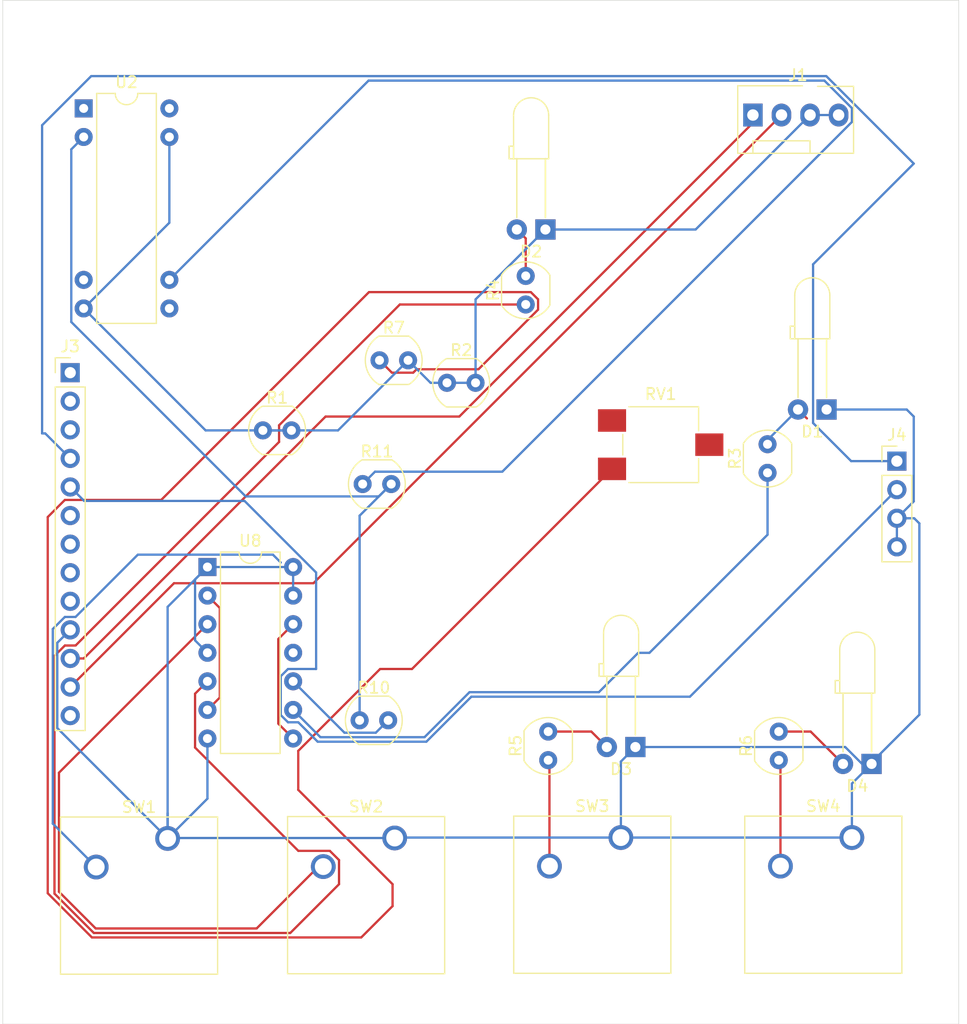
<source format=kicad_pcb>
(kicad_pcb (version 20240108) (generator "pcbnew") (generator_version "8.0")
  (layers (0 "F.Cu" signal) (31 "B.Cu" signal) (34 "B.Paste" user) (35 "F.Paste" user) (36 "B.SilkS" user "B.Silkscreen") (37 "F.SilkS" user "F.Silkscreen") (38 "B.Mask" user) (39 "F.Mask" user) (44 "Edge.Cuts" user))
  (net 0 "")
  (net 1 "/GND")
  (net 2 "Net-(D1-A)")
  (net 3 "Net-(D2-A)")
  (net 4 "Net-(D3-A)")
  (net 5 "Net-(D4-A)")
  (net 6 "/SDA")
  (net 7 "/SCL")
  (net 8 "/OK_button")
  (net 9 "/ANUL_button")
  (net 10 "/UP_button")
  (net 11 "/DOWN_button")
  (net 12 "Net-(U1-VINB+)")
  (net 13 "Net-(U2--)")
  (net 14 "Net-(U1-VINB-)")
  (net 16 "/FREQUENCY_PIN")
  (net 17 "Net-(U8B-C)")
  (net 18 "Net-(U8A-C)")
  (net 21 "Net-(U2-+)")
  (net 23 "Net-(U8B-D)")
  (net 24 "Net-(U8A-D)")
  (net 25 "/dirPin")
  (net 26 "/stepPin")
  (net 27 "/UP_BUTTON")
  (net 28 "/OK_BUTTON")
  (net 29 "/ANL_BUTTON")
  (net 30 "/DOWN_BUTTON")
  (net 32 "/BATTERY_PIN")
  (net 33 "/FREQUENCE_PIN")
  (footprint "Button_Switch_Keyboard:SW_Cherry_MX_1.00u_PCB" (layer "F.Cu") (at 139.85 100.96)
    (property "Reference" "SW2" (at -2.54 -2.794 0) (layer "F.SilkS"))
    (property "Value" "SW_Push")
    (fp_line (start -9.525 -1.905) (end 4.445 -1.905) (stroke (width 0.12)) (layer "F.SilkS"))
    (fp_line (start -9.525 12.065) (end -9.525 -1.905) (stroke (width 0.12)) (layer "F.SilkS"))
    (fp_line (start 4.445 -1.905) (end 4.445 12.065) (stroke (width 0.12)) (layer "F.SilkS"))
    (fp_line (start 4.445 12.065) (end -9.525 12.065) (stroke (width 0.12)) (layer "F.SilkS"))
    (pad "" np_thru_hole circle (at -7.62 5.08) (size 1.7 1.7) (drill 1.7) (layers "*.Cu" "*.Mask"))
    (pad "" np_thru_hole circle (at -2.54 5.08) (size 4 4) (drill 4) (layers "*.Cu" "*.Mask"))
    (pad "" np_thru_hole circle (at 2.54 5.08) (size 1.7 1.7) (drill 1.7) (layers "*.Cu" "*.Mask"))
    (pad "1" thru_hole circle (at 0 0) (size 2.2 2.2) (drill 1.5) (layers "*.Cu" "*.Mask") (net 1 "/GND"))
    (pad "2" thru_hole circle (at -6.35 2.54) (size 2.2 2.2) (drill 1.5) (layers "*.Cu" "*.Mask") (net 18 "Net-(U8A-C)"))
  )
  (footprint "Connector_PinHeader_2.54mm:PinHeader_1x04_P2.54mm_Vertical" (layer "F.Cu") (at 184.5 67.46)
    (property "Reference" "J4" (at 0 -2.33 0) (layer "F.SilkS"))
    (property "Value" "Conn_01x04_Pin")
    (fp_line (start -1.33 -1.33) (end 0 -1.33) (stroke (width 0.12)) (layer "F.SilkS"))
    (fp_line (start -1.33 0) (end -1.33 -1.33) (stroke (width 0.12)) (layer "F.SilkS"))
    (fp_line (start -1.33 1.27) (end -1.33 8.95) (stroke (width 0.12)) (layer "F.SilkS"))
    (fp_line (start -1.33 1.27) (end 1.33 1.27) (stroke (width 0.12)) (layer "F.SilkS"))
    (fp_line (start -1.33 8.95) (end 1.33 8.95) (stroke (width 0.12)) (layer "F.SilkS"))
    (fp_line (start 1.33 1.27) (end 1.33 8.95) (stroke (width 0.12)) (layer "F.SilkS"))
    (pad "1" thru_hole rect (at 0 0) (size 1.7 1.7) (drill 1) (layers "*.Cu" "*.Mask") (net 25 "/dirPin"))
    (pad "2" thru_hole oval (at 0 2.54) (size 1.7 1.7) (drill 1) (layers "*.Cu" "*.Mask") (net 26 "/stepPin"))
    (pad "3" thru_hole oval (at 0 5.08) (size 1.7 1.7) (drill 1) (layers "*.Cu" "*.Mask") (net 1 "/GND"))
    (pad "4" thru_hole oval (at 0 7.62) (size 1.7 1.7) (drill 1) (layers "*.Cu" "*.Mask") (net 1 "/GND"))
  )
  (footprint "Button_Switch_Keyboard:SW_Cherry_MX_1.00u_PCB" (layer "F.Cu") (at 180.5 100.92)
    (property "Reference" "SW4" (at -2.54 -2.794 0) (layer "F.SilkS"))
    (property "Value" "SW_Push")
    (fp_line (start -9.525 -1.905) (end 4.445 -1.905) (stroke (width 0.12)) (layer "F.SilkS"))
    (fp_line (start -9.525 12.065) (end -9.525 -1.905) (stroke (width 0.12)) (layer "F.SilkS"))
    (fp_line (start 4.445 -1.905) (end 4.445 12.065) (stroke (width 0.12)) (layer "F.SilkS"))
    (fp_line (start 4.445 12.065) (end -9.525 12.065) (stroke (width 0.12)) (layer "F.SilkS"))
    (pad "" np_thru_hole circle (at -7.62 5.08) (size 1.7 1.7) (drill 1.7) (layers "*.Cu" "*.Mask"))
    (pad "" np_thru_hole circle (at -2.54 5.08) (size 4 4) (drill 4) (layers "*.Cu" "*.Mask"))
    (pad "" np_thru_hole circle (at 2.54 5.08) (size 1.7 1.7) (drill 1.7) (layers "*.Cu" "*.Mask"))
    (pad "1" thru_hole circle (at 0 0) (size 2.2 2.2) (drill 1.5) (layers "*.Cu" "*.Mask") (net 1 "/GND"))
    (pad "2" thru_hole circle (at -6.35 2.54) (size 2.2 2.2) (drill 1.5) (layers "*.Cu" "*.Mask") (net 11 "/DOWN_button"))
  )
  (footprint "OptoDevice:R_LDR_4.9x4.2mm_P2.54mm_Vertical" (layer "F.Cu") (at 136.73 90.5)
    (property "Reference" "R10" (at 1.27 -2.9 0) (layer "F.SilkS"))
    (property "Value" "R")
    (fp_line (start -0.05 -2.15) (end 2.6 -2.15) (stroke (width 0.12)) (layer "F.SilkS"))
    (fp_line (start -0.05 2.15) (end 2.6 2.15) (stroke (width 0.12)) (layer "F.SilkS"))
    (fp_arc (start -0.05 2.15) (mid -1.262424 0.01494) (end -0.075476 -2.134388) (stroke (width 0.12)) (layer "F.SilkS"))
    (fp_arc (start 2.6 -2.15) (mid 3.788646 -0.016616) (end 2.628027 2.132145) (stroke (width 0.12)) (layer "F.SilkS"))
    (pad "1" thru_hole circle (at 0 0) (size 1.6 1.6) (drill 0.8) (layers "*.Cu" "*.Mask") (net 13 "Net-(U2--)"))
    (pad "2" thru_hole circle (at 2.54 0) (size 1.6 1.6) (drill 0.8) (layers "*.Cu" "*.Mask") (net 1 "/GND"))
  )
  (footprint "OptoDevice:R_LDR_4.9x4.2mm_P2.54mm_Vertical" (layer "F.Cu") (at 137 69.5)
    (property "Reference" "R11" (at 1.27 -2.9 0) (layer "F.SilkS"))
    (property "Value" "R")
    (fp_line (start -0.05 -2.15) (end 2.6 -2.15) (stroke (width 0.12)) (layer "F.SilkS"))
    (fp_line (start -0.05 2.15) (end 2.6 2.15) (stroke (width 0.12)) (layer "F.SilkS"))
    (fp_arc (start -0.05 2.15) (mid -1.262424 0.01494) (end -0.075476 -2.134388) (stroke (width 0.12)) (layer "F.SilkS"))
    (fp_arc (start 2.6 -2.15) (mid 3.788646 -0.016616) (end 2.628027 2.132145) (stroke (width 0.12)) (layer "F.SilkS"))
    (pad "1" thru_hole circle (at 0 0) (size 1.6 1.6) (drill 0.8) (layers "*.Cu" "*.Mask") (net 14 "Net-(U1-VINB-)"))
    (pad "2" thru_hole circle (at 2.54 0) (size 1.6 1.6) (drill 0.8) (layers "*.Cu" "*.Mask") (net 13 "Net-(U2--)"))
  )
  (footprint "Package_DIP:DIP-8-16_W7.62mm" (layer "F.Cu") (at 112.195 36.11)
    (property "Reference" "U2" (at 3.81 -2.33 0) (layer "F.SilkS"))
    (property "Value" "TL081")
    (fp_line (start 1.16 -1.33) (end 1.16 19.11) (stroke (width 0.12)) (layer "F.SilkS"))
    (fp_line (start 1.16 19.11) (end 6.46 19.11) (stroke (width 0.12)) (layer "F.SilkS"))
    (fp_line (start 2.81 -1.33) (end 1.16 -1.33) (stroke (width 0.12)) (layer "F.SilkS"))
    (fp_line (start 6.46 -1.33) (end 4.81 -1.33) (stroke (width 0.12)) (layer "F.SilkS"))
    (fp_line (start 6.46 19.11) (end 6.46 -1.33) (stroke (width 0.12)) (layer "F.SilkS"))
    (fp_arc (start 4.81 -1.33) (mid 3.81 -0.33) (end 2.81 -1.33) (stroke (width 0.12)) (layer "F.SilkS"))
    (pad "1" thru_hole rect (at 0 0) (size 1.6 1.6) (drill 0.8) (layers "*.Cu" "*.Mask"))
    (pad "2" thru_hole circle (at 0 2.54) (size 1.6 1.6) (drill 0.8) (layers "*.Cu" "*.Mask") (net 13 "Net-(U2--)"))
    (pad "3" thru_hole circle (at 0 15.24) (size 1.6 1.6) (drill 0.8) (layers "*.Cu" "*.Mask") (net 21 "Net-(U2-+)"))
    (pad "4" thru_hole circle (at 0 17.78) (size 1.6 1.6) (drill 0.8) (layers "*.Cu" "*.Mask") (net 1 "/GND"))
    (pad "5" thru_hole circle (at 7.62 17.78) (size 1.6 1.6) (drill 0.8) (layers "*.Cu" "*.Mask"))
    (pad "6" thru_hole circle (at 7.62 15.24) (size 1.6 1.6) (drill 0.8) (layers "*.Cu" "*.Mask") (net 14 "Net-(U1-VINB-)"))
    (pad "7" thru_hole circle (at 7.62 2.54) (size 1.6 1.6) (drill 0.8) (layers "*.Cu" "*.Mask") (net 1 "/GND"))
    (pad "8" thru_hole circle (at 7.62 0) (size 1.6 1.6) (drill 0.8) (layers "*.Cu" "*.Mask"))
  )
  (footprint "Potentiometer_SMD:Potentiometer_ACP_CA6-VSMD_Vertical" (layer "F.Cu") (at 163.5 66)
    (property "Reference" "RV1" (at 0 -4.5 0) (layer "F.SilkS"))
    (property "Value" "1k")
    (fp_line (start -3.37 -0.909) (end -3.37 0.91) (stroke (width 0.12)) (layer "F.SilkS"))
    (fp_line (start -2.834 -3.371) (end 3.37 -3.371) (stroke (width 0.12)) (layer "F.SilkS"))
    (fp_line (start -2.834 3.37) (end 3.37 3.37) (stroke (width 0.12)) (layer "F.SilkS"))
    (fp_line (start 3.37 -3.371) (end 3.37 -1.24) (stroke (width 0.12)) (layer "F.SilkS"))
    (fp_line (start 3.37 1.24) (end 3.37 3.37) (stroke (width 0.12)) (layer "F.SilkS"))
    (pad "1" smd rect (at -4.325 2.15) (size 2.5 2) (layers "F.Cu" "F.Paste" "F.Mask") (net 12 "Net-(U1-VINB+)"))
    (pad "2" smd rect (at 4.325 0) (size 2.5 2) (layers "F.Cu" "F.Paste" "F.Mask") (net 16 "/FREQUENCY_PIN"))
    (pad "3" smd rect (at -4.325 -2.15) (size 2.5 2) (layers "F.Cu" "F.Paste" "F.Mask"))
  )
  (footprint "Button_Switch_Keyboard:SW_Cherry_MX_1.00u_PCB" (layer "F.Cu") (at 159.96 100.92)
    (property "Reference" "SW3" (at -2.54 -2.794 0) (layer "F.SilkS"))
    (property "Value" "SW_Push")
    (fp_line (start -9.525 -1.905) (end 4.445 -1.905) (stroke (width 0.12)) (layer "F.SilkS"))
    (fp_line (start -9.525 12.065) (end -9.525 -1.905) (stroke (width 0.12)) (layer "F.SilkS"))
    (fp_line (start 4.445 -1.905) (end 4.445 12.065) (stroke (width 0.12)) (layer "F.SilkS"))
    (fp_line (start 4.445 12.065) (end -9.525 12.065) (stroke (width 0.12)) (layer "F.SilkS"))
    (pad "" np_thru_hole circle (at -7.62 5.08) (size 1.7 1.7) (drill 1.7) (layers "*.Cu" "*.Mask"))
    (pad "" np_thru_hole circle (at -2.54 5.08) (size 4 4) (drill 4) (layers "*.Cu" "*.Mask"))
    (pad "" np_thru_hole circle (at 2.54 5.08) (size 1.7 1.7) (drill 1.7) (layers "*.Cu" "*.Mask"))
    (pad "1" thru_hole circle (at 0 0) (size 2.2 2.2) (drill 1.5) (layers "*.Cu" "*.Mask") (net 1 "/GND"))
    (pad "2" thru_hole circle (at -6.35 2.54) (size 2.2 2.2) (drill 1.5) (layers "*.Cu" "*.Mask") (net 10 "/UP_button"))
  )
  (footprint "OptoDevice:R_LDR_4.9x4.2mm_P2.54mm_Vertical" (layer "F.Cu") (at 174 94.04 90)
    (property "Reference" "R6" (at 1.27 -2.9 90) (layer "F.SilkS"))
    (property "Value" "R")
    (fp_line (start -0.05 -2.15) (end 2.6 -2.15) (stroke (width 0.12)) (layer "F.SilkS"))
    (fp_line (start -0.05 2.15) (end 2.6 2.15) (stroke (width 0.12)) (layer "F.SilkS"))
    (fp_arc (start 2.6 -2.15) (mid 3.788646 -0.016616) (end 2.628027 2.132145) (stroke (width 0.12)) (layer "F.SilkS"))
    (fp_arc (start -0.05 2.15) (mid -1.262424 0.01494) (end -0.075476 -2.134388) (stroke (width 0.12)) (layer "F.SilkS"))
    (pad "1" thru_hole circle (at 0 0 90) (size 1.6 1.6) (drill 0.8) (layers "*.Cu" "*.Mask") (net 11 "/DOWN_button"))
    (pad "2" thru_hole circle (at 2.54 0 90) (size 1.6 1.6) (drill 0.8) (layers "*.Cu" "*.Mask") (net 5 "Net-(D4-A)"))
  )
  (footprint "Button_Switch_Keyboard:SW_Cherry_MX_1.00u_PCB" (layer "F.Cu") (at 119.66 101)
    (property "Reference" "SW1" (at -2.54 -2.794 0) (layer "F.SilkS"))
    (property "Value" "SW_Push")
    (fp_line (start -9.525 -1.905) (end 4.445 -1.905) (stroke (width 0.12)) (layer "F.SilkS"))
    (fp_line (start -9.525 12.065) (end -9.525 -1.905) (stroke (width 0.12)) (layer "F.SilkS"))
    (fp_line (start 4.445 -1.905) (end 4.445 12.065) (stroke (width 0.12)) (layer "F.SilkS"))
    (fp_line (start 4.445 12.065) (end -9.525 12.065) (stroke (width 0.12)) (layer "F.SilkS"))
    (pad "" np_thru_hole circle (at -7.62 5.08) (size 1.7 1.7) (drill 1.7) (layers "*.Cu" "*.Mask"))
    (pad "" np_thru_hole circle (at -2.54 5.08) (size 4 4) (drill 4) (layers "*.Cu" "*.Mask"))
    (pad "" np_thru_hole circle (at 2.54 5.08) (size 1.7 1.7) (drill 1.7) (layers "*.Cu" "*.Mask"))
    (pad "1" thru_hole circle (at 0 0) (size 2.2 2.2) (drill 1.5) (layers "*.Cu" "*.Mask") (net 1 "/GND"))
    (pad "2" thru_hole circle (at -6.35 2.54) (size 2.2 2.2) (drill 1.5) (layers "*.Cu" "*.Mask") (net 17 "Net-(U8B-C)"))
  )
  (footprint "OptoDevice:R_LDR_4.9x4.2mm_P2.54mm_Vertical" (layer "F.Cu") (at 153.5 94.04 90)
    (property "Reference" "R5" (at 1.27 -2.9 90) (layer "F.SilkS"))
    (property "Value" "R")
    (fp_line (start -0.05 -2.15) (end 2.6 -2.15) (stroke (width 0.12)) (layer "F.SilkS"))
    (fp_line (start -0.05 2.15) (end 2.6 2.15) (stroke (width 0.12)) (layer "F.SilkS"))
    (fp_arc (start 2.6 -2.15) (mid 3.788646 -0.016616) (end 2.628027 2.132145) (stroke (width 0.12)) (layer "F.SilkS"))
    (fp_arc (start -0.05 2.15) (mid -1.262424 0.01494) (end -0.075476 -2.134388) (stroke (width 0.12)) (layer "F.SilkS"))
    (pad "1" thru_hole circle (at 0 0 90) (size 1.6 1.6) (drill 0.8) (layers "*.Cu" "*.Mask") (net 10 "/UP_button"))
    (pad "2" thru_hole circle (at 2.54 0 90) (size 1.6 1.6) (drill 0.8) (layers "*.Cu" "*.Mask") (net 4 "Net-(D3-A)"))
  )
  (footprint "Connector:FanPinHeader_1x04_P2.54mm_Vertical" (layer "F.Cu") (at 171.7 36.7)
    (property "Reference" "J1" (at 4 -3.55 0) (layer "F.SilkS"))
    (property "Value" "GME128128_i2c")
    (fp_line (start -1.35 -2.6) (end 4.4 -2.6) (stroke (width 0.12)) (layer "F.SilkS"))
    (fp_line (start -1.35 3.4) (end -1.35 -2.6) (stroke (width 0.12)) (layer "F.SilkS"))
    (fp_line (start 0 2.29) (end 5.08 2.29) (stroke (width 0.12)) (layer "F.SilkS"))
    (fp_line (start 0 3.3) (end 0 2.29) (stroke (width 0.12)) (layer "F.SilkS"))
    (fp_line (start 5.08 2.29) (end 5.08 3.3) (stroke (width 0.12)) (layer "F.SilkS"))
    (fp_line (start 5.75 -2.55) (end 8.95 -2.55) (stroke (width 0.12)) (layer "F.SilkS"))
    (fp_line (start 8.95 -2.55) (end 8.95 3.4) (stroke (width 0.12)) (layer "F.SilkS"))
    (fp_line (start 8.95 3.4) (end -1.35 3.4) (stroke (width 0.12)) (layer "F.SilkS"))
    (pad "" np_thru_hole circle (at 5.08 -2.16 90) (size 1.1 1.1) (drill 1.1) (layers "*.Cu" "*.Mask"))
    (pad "1" thru_hole rect (at 0 0 90) (size 2.03 1.73) (drill 1.02) (layers "*.Cu" "*.Mask") (net 6 "/SDA"))
    (pad "2" thru_hole oval (at 2.54 0 90) (size 2.03 1.73) (drill 1.02) (layers "*.Cu" "*.Mask") (net 7 "/SCL"))
    (pad "3" thru_hole oval (at 5.08 0 90) (size 2.03 1.73) (drill 1.02) (layers "*.Cu" "*.Mask") (net 1 "/GND"))
    (pad "4" thru_hole oval (at 7.62 0 90) (size 2.03 1.73) (drill 1.02) (layers "*.Cu" "*.Mask") (net 1 "/GND"))
  )
  (footprint "LED_THT:LED_D3.0mm_Horizontal_O6.35mm_Z10.0mm" (layer "F.Cu") (at 178.25 62.875 180)
    (property "Reference" "D1" (at 1.27 -1.96 0) (layer "F.SilkS"))
    (property "Value" "LED")
    (fp_line (start 3.23 7.41) (end 2.83 7.41) (stroke (width 0.12)) (layer "F.SilkS"))
    (fp_line (start 3.23 6.29) (end 3.23 7.41) (stroke (width 0.12)) (layer "F.SilkS"))
    (fp_line (start 2.83 7.41) (end 2.83 6.29) (stroke (width 0.12)) (layer "F.SilkS"))
    (fp_line (start 2.83 6.29) (end 3.23 6.29) (stroke (width 0.12)) (layer "F.SilkS"))
    (fp_line (start 2.83 6.29) (end 2.83 10.15) (stroke (width 0.12)) (layer "F.SilkS"))
    (fp_line (start 2.54 6.29) (end 2.54 6.29) (stroke (width 0.12)) (layer "F.SilkS"))
    (fp_line (start 2.54 6.29) (end 2.54 1.08) (stroke (width 0.12)) (layer "F.SilkS"))
    (fp_line (start 2.54 1.08) (end 2.54 6.29) (stroke (width 0.12)) (layer "F.SilkS"))
    (fp_line (start 2.54 1.08) (end 2.54 1.08) (stroke (width 0.12)) (layer "F.SilkS"))
    (fp_line (start 0 6.29) (end 0 6.29) (stroke (width 0.12)) (layer "F.SilkS"))
    (fp_line (start 0 6.29) (end 0 1.08) (stroke (width 0.12)) (layer "F.SilkS"))
    (fp_line (start 0 1.08) (end 0 6.29) (stroke (width 0.12)) (layer "F.SilkS"))
    (fp_line (start 0 1.08) (end 0 1.08) (stroke (width 0.12)) (layer "F.SilkS"))
    (fp_line (start -0.29 6.29) (end 2.83 6.29) (stroke (width 0.12)) (layer "F.SilkS"))
    (fp_line (start -0.29 6.29) (end -0.29 10.15) (stroke (width 0.12)) (layer "F.SilkS"))
    (fp_arc (start 2.83 10.15) (mid 1.27 11.71) (end -0.29 10.15) (stroke (width 0.12)) (layer "F.SilkS"))
    (pad "1" thru_hole rect (at 0 0 180) (size 1.8 1.8) (drill 0.9) (layers "*.Cu" "*.Mask") (net 1 "/GND"))
    (pad "2" thru_hole circle (at 2.54 0 180) (size 1.8 1.8) (drill 0.9) (layers "*.Cu" "*.Mask") (net 2 "Net-(D1-A)"))
  )
  (footprint "OptoDevice:R_LDR_4.9x4.2mm_P2.54mm_Vertical" (layer "F.Cu") (at 173 68.5 90)
    (property "Reference" "R3" (at 1.27 -2.9 90) (layer "F.SilkS"))
    (property "Value" "R")
    (fp_line (start -0.05 -2.15) (end 2.6 -2.15) (stroke (width 0.12)) (layer "F.SilkS"))
    (fp_line (start -0.05 2.15) (end 2.6 2.15) (stroke (width 0.12)) (layer "F.SilkS"))
    (fp_arc (start 2.6 -2.15) (mid 3.788646 -0.016616) (end 2.628027 2.132145) (stroke (width 0.12)) (layer "F.SilkS"))
    (fp_arc (start -0.05 2.15) (mid -1.262424 0.01494) (end -0.075476 -2.134388) (stroke (width 0.12)) (layer "F.SilkS"))
    (pad "1" thru_hole circle (at 0 0 90) (size 1.6 1.6) (drill 0.8) (layers "*.Cu" "*.Mask") (net 8 "/OK_button"))
    (pad "2" thru_hole circle (at 2.54 0 90) (size 1.6 1.6) (drill 0.8) (layers "*.Cu" "*.Mask") (net 2 "Net-(D1-A)"))
  )
  (footprint "LED_THT:LED_D3.0mm_Horizontal_O6.35mm_Z10.0mm" (layer "F.Cu") (at 153.25 46.875 180)
    (property "Reference" "D2" (at 1.27 -1.96 0) (layer "F.SilkS"))
    (property "Value" "LED")
    (fp_line (start 3.23 7.41) (end 2.83 7.41) (stroke (width 0.12)) (layer "F.SilkS"))
    (fp_line (start 3.23 6.29) (end 3.23 7.41) (stroke (width 0.12)) (layer "F.SilkS"))
    (fp_line (start 2.83 7.41) (end 2.83 6.29) (stroke (width 0.12)) (layer "F.SilkS"))
    (fp_line (start 2.83 6.29) (end 3.23 6.29) (stroke (width 0.12)) (layer "F.SilkS"))
    (fp_line (start 2.83 6.29) (end 2.83 10.15) (stroke (width 0.12)) (layer "F.SilkS"))
    (fp_line (start 2.54 6.29) (end 2.54 6.29) (stroke (width 0.12)) (layer "F.SilkS"))
    (fp_line (start 2.54 6.29) (end 2.54 1.08) (stroke (width 0.12)) (layer "F.SilkS"))
    (fp_line (start 2.54 1.08) (end 2.54 6.29) (stroke (width 0.12)) (layer "F.SilkS"))
    (fp_line (start 2.54 1.08) (end 2.54 1.08) (stroke (width 0.12)) (layer "F.SilkS"))
    (fp_line (start 0 6.29) (end 0 6.29) (stroke (width 0.12)) (layer "F.SilkS"))
    (fp_line (start 0 6.29) (end 0 1.08) (stroke (width 0.12)) (layer "F.SilkS"))
    (fp_line (start 0 1.08) (end 0 6.29) (stroke (width 0.12)) (layer "F.SilkS"))
    (fp_line (start 0 1.08) (end 0 1.08) (stroke (width 0.12)) (layer "F.SilkS"))
    (fp_line (start -0.29 6.29) (end 2.83 6.29) (stroke (width 0.12)) (layer "F.SilkS"))
    (fp_line (start -0.29 6.29) (end -0.29 10.15) (stroke (width 0.12)) (layer "F.SilkS"))
    (fp_arc (start 2.83 10.15) (mid 1.27 11.71) (end -0.29 10.15) (stroke (width 0.12)) (layer "F.SilkS"))
    (pad "1" thru_hole rect (at 0 0 180) (size 1.8 1.8) (drill 0.9) (layers "*.Cu" "*.Mask") (net 1 "/GND"))
    (pad "2" thru_hole circle (at 2.54 0 180) (size 1.8 1.8) (drill 0.9) (layers "*.Cu" "*.Mask") (net 3 "Net-(D2-A)"))
  )
  (footprint "OptoDevice:R_LDR_4.9x4.2mm_P2.54mm_Vertical" (layer "F.Cu") (at 138.5 58.5)
    (property "Reference" "R7" (at 1.27 -2.9 0) (layer "F.SilkS"))
    (property "Value" "R")
    (fp_line (start -0.05 -2.15) (end 2.6 -2.15) (stroke (width 0.12)) (layer "F.SilkS"))
    (fp_line (start -0.05 2.15) (end 2.6 2.15) (stroke (width 0.12)) (layer "F.SilkS"))
    (fp_arc (start -0.05 2.15) (mid -1.262424 0.01494) (end -0.075476 -2.134388) (stroke (width 0.12)) (layer "F.SilkS"))
    (fp_arc (start 2.6 -2.15) (mid 3.788646 -0.016616) (end 2.628027 2.132145) (stroke (width 0.12)) (layer "F.SilkS"))
    (pad "1" thru_hole circle (at 0 0) (size 1.6 1.6) (drill 0.8) (layers "*.Cu" "*.Mask") (net 12 "Net-(U1-VINB+)"))
    (pad "2" thru_hole circle (at 2.54 0) (size 1.6 1.6) (drill 0.8) (layers "*.Cu" "*.Mask") (net 1 "/GND"))
  )
  (footprint "LED_THT:LED_D3.0mm_Horizontal_O6.35mm_Z10.0mm" (layer "F.Cu") (at 161.25 92.875 180)
    (property "Reference" "D3" (at 1.27 -1.96 0) (layer "F.SilkS"))
    (property "Value" "LED")
    (fp_line (start 3.23 7.41) (end 2.83 7.41) (stroke (width 0.12)) (layer "F.SilkS"))
    (fp_line (start 3.23 6.29) (end 3.23 7.41) (stroke (width 0.12)) (layer "F.SilkS"))
    (fp_line (start 2.83 7.41) (end 2.83 6.29) (stroke (width 0.12)) (layer "F.SilkS"))
    (fp_line (start 2.83 6.29) (end 3.23 6.29) (stroke (width 0.12)) (layer "F.SilkS"))
    (fp_line (start 2.83 6.29) (end 2.83 10.15) (stroke (width 0.12)) (layer "F.SilkS"))
    (fp_line (start 2.54 6.29) (end 2.54 6.29) (stroke (width 0.12)) (layer "F.SilkS"))
    (fp_line (start 2.54 6.29) (end 2.54 1.08) (stroke (width 0.12)) (layer "F.SilkS"))
    (fp_line (start 2.54 1.08) (end 2.54 6.29) (stroke (width 0.12)) (layer "F.SilkS"))
    (fp_line (start 2.54 1.08) (end 2.54 1.08) (stroke (width 0.12)) (layer "F.SilkS"))
    (fp_line (start 0 6.29) (end 0 6.29) (stroke (width 0.12)) (layer "F.SilkS"))
    (fp_line (start 0 6.29) (end 0 1.08) (stroke (width 0.12)) (layer "F.SilkS"))
    (fp_line (start 0 1.08) (end 0 6.29) (stroke (width 0.12)) (layer "F.SilkS"))
    (fp_line (start 0 1.08) (end 0 1.08) (stroke (width 0.12)) (layer "F.SilkS"))
    (fp_line (start -0.29 6.29) (end 2.83 6.29) (stroke (width 0.12)) (layer "F.SilkS"))
    (fp_line (start -0.29 6.29) (end -0.29 10.15) (stroke (width 0.12)) (layer "F.SilkS"))
    (fp_arc (start 2.83 10.15) (mid 1.27 11.71) (end -0.29 10.15) (stroke (width 0.12)) (layer "F.SilkS"))
    (pad "1" thru_hole rect (at 0 0 180) (size 1.8 1.8) (drill 0.9) (layers "*.Cu" "*.Mask") (net 1 "/GND"))
    (pad "2" thru_hole circle (at 2.54 0 180) (size 1.8 1.8) (drill 0.9) (layers "*.Cu" "*.Mask") (net 4 "Net-(D3-A)"))
  )
  (footprint "OptoDevice:R_LDR_4.9x4.2mm_P2.54mm_Vertical" (layer "F.Cu") (at 128.13 64.73)
    (property "Reference" "R1" (at 1.27 -2.9 0) (layer "F.SilkS"))
    (property "Value" "10k")
    (fp_line (start -0.05 -2.15) (end 2.6 -2.15) (stroke (width 0.12)) (layer "F.SilkS"))
    (fp_line (start -0.05 2.15) (end 2.6 2.15) (stroke (width 0.12)) (layer "F.SilkS"))
    (fp_arc (start -0.05 2.15) (mid -1.262424 0.01494) (end -0.075476 -2.134388) (stroke (width 0.12)) (layer "F.SilkS"))
    (fp_arc (start 2.6 -2.15) (mid 3.788646 -0.016616) (end 2.628027 2.132145) (stroke (width 0.12)) (layer "F.SilkS"))
    (pad "1" thru_hole circle (at 0 0) (size 1.6 1.6) (drill 0.8) (layers "*.Cu" "*.Mask") (net 1 "/GND"))
    (pad "2" thru_hole circle (at 2.54 0) (size 1.6 1.6) (drill 0.8) (layers "*.Cu" "*.Mask") (net 1 "/GND"))
  )
  (footprint "Connector_PinHeader_2.54mm:PinHeader_1x13_P2.54mm_Vertical" (layer "F.Cu") (at 111 59.6)
    (property "Reference" "J3" (at 0 -2.33 0) (layer "F.SilkS"))
    (property "Value" "Conn_01x13_Pin")
    (fp_line (start -1.33 -1.33) (end 0 -1.33) (stroke (width 0.12)) (layer "F.SilkS"))
    (fp_line (start -1.33 0) (end -1.33 -1.33) (stroke (width 0.12)) (layer "F.SilkS"))
    (fp_line (start -1.33 1.27) (end -1.33 31.81) (stroke (width 0.12)) (layer "F.SilkS"))
    (fp_line (start -1.33 1.27) (end 1.33 1.27) (stroke (width 0.12)) (layer "F.SilkS"))
    (fp_line (start -1.33 31.81) (end 1.33 31.81) (stroke (width 0.12)) (layer "F.SilkS"))
    (fp_line (start 1.33 1.27) (end 1.33 31.81) (stroke (width 0.12)) (layer "F.SilkS"))
    (pad "1" thru_hole rect (at 0 0) (size 1.7 1.7) (drill 1) (layers "*.Cu" "*.Mask") (net 28 "/OK_BUTTON"))
    (pad "2" thru_hole oval (at 0 2.54) (size 1.7 1.7) (drill 1) (layers "*.Cu" "*.Mask"))
    (pad "3" thru_hole oval (at 0 5.08) (size 1.7 1.7) (drill 1) (layers "*.Cu" "*.Mask") (net 29 "/ANL_BUTTON"))
    (pad "4" thru_hole oval (at 0 7.62) (size 1.7 1.7) (drill 1) (layers "*.Cu" "*.Mask") (net 25 "/dirPin"))
    (pad "5" thru_hole oval (at 0 10.16) (size 1.7 1.7) (drill 1) (layers "*.Cu" "*.Mask") (net 26 "/stepPin"))
    (pad "6" thru_hole oval (at 0 12.7) (size 1.7 1.7) (drill 1) (layers "*.Cu" "*.Mask") (net 27 "/UP_BUTTON"))
    (pad "7" thru_hole oval (at 0 15.24) (size 1.7 1.7) (drill 1) (layers "*.Cu" "*.Mask") (net 30 "/DOWN_BUTTON"))
    (pad "8" thru_hole oval (at 0 17.78) (size 1.7 1.7) (drill 1) (layers "*.Cu" "*.Mask") (net 33 "/FREQUENCE_PIN"))
    (pad "9" thru_hole oval (at 0 20.32) (size 1.7 1.7) (drill 1) (layers "*.Cu" "*.Mask") (net 32 "/BATTERY_PIN"))
    (pad "10" thru_hole oval (at 0 22.86) (size 1.7 1.7) (drill 1) (layers "*.Cu" "*.Mask") (net 1 "/GND"))
    (pad "11" thru_hole oval (at 0 25.4) (size 1.7 1.7) (drill 1) (layers "*.Cu" "*.Mask") (net 6 "/SDA"))
    (pad "12" thru_hole oval (at 0 27.94) (size 1.7 1.7) (drill 1) (layers "*.Cu" "*.Mask") (net 7 "/SCL"))
    (pad "13" thru_hole oval (at 0 30.48) (size 1.7 1.7) (drill 1) (layers "*.Cu" "*.Mask") (net 1 "/GND"))
  )
  (footprint "OptoDevice:R_LDR_4.9x4.2mm_P2.54mm_Vertical" (layer "F.Cu") (at 151.5 53.54 90)
    (property "Reference" "R4" (at 1.27 -2.9 90) (layer "F.SilkS"))
    (property "Value" "R")
    (fp_line (start -0.05 -2.15) (end 2.6 -2.15) (stroke (width 0.12)) (layer "F.SilkS"))
    (fp_line (start -0.05 2.15) (end 2.6 2.15) (stroke (width 0.12)) (layer "F.SilkS"))
    (fp_arc (start 2.6 -2.15) (mid 3.788646 -0.016616) (end 2.628027 2.132145) (stroke (width 0.12)) (layer "F.SilkS"))
    (fp_arc (start -0.05 2.15) (mid -1.262424 0.01494) (end -0.075476 -2.134388) (stroke (width 0.12)) (layer "F.SilkS"))
    (pad "1" thru_hole circle (at 0 0 90) (size 1.6 1.6) (drill 0.8) (layers "*.Cu" "*.Mask") (net 9 "/ANUL_button"))
    (pad "2" thru_hole circle (at 2.54 0 90) (size 1.6 1.6) (drill 0.8) (layers "*.Cu" "*.Mask") (net 3 "Net-(D2-A)"))
  )
  (footprint "OptoDevice:R_LDR_4.9x4.2mm_P2.54mm_Vertical" (layer "F.Cu") (at 144.5 60.5)
    (property "Reference" "R2" (at 1.27 -2.9 0) (layer "F.SilkS"))
    (property "Value" "10k")
    (fp_line (start -0.05 -2.15) (end 2.6 -2.15) (stroke (width 0.12)) (layer "F.SilkS"))
    (fp_line (start -0.05 2.15) (end 2.6 2.15) (stroke (width 0.12)) (layer "F.SilkS"))
    (fp_arc (start -0.05 2.15) (mid -1.262424 0.01494) (end -0.075476 -2.134388) (stroke (width 0.12)) (layer "F.SilkS"))
    (fp_arc (start 2.6 -2.15) (mid 3.788646 -0.016616) (end 2.628027 2.132145) (stroke (width 0.12)) (layer "F.SilkS"))
    (pad "1" thru_hole circle (at 0 0) (size 1.6 1.6) (drill 0.8) (layers "*.Cu" "*.Mask") (net 1 "/GND"))
    (pad "2" thru_hole circle (at 2.54 0) (size 1.6 1.6) (drill 0.8) (layers "*.Cu" "*.Mask") (net 1 "/GND"))
  )
  (footprint "Package_DIP:DIP-14_W7.62mm" (layer "F.Cu") (at 123.2 76.875)
    (property "Reference" "U8" (at 3.81 -2.33 0) (layer "F.SilkS"))
    (property "Value" "74HC74")
    (fp_line (start 1.16 -1.33) (end 1.16 16.57) (stroke (width 0.12)) (layer "F.SilkS"))
    (fp_line (start 1.16 16.57) (end 6.46 16.57) (stroke (width 0.12)) (layer "F.SilkS"))
    (fp_line (start 2.81 -1.33) (end 1.16 -1.33) (stroke (width 0.12)) (layer "F.SilkS"))
    (fp_line (start 6.46 -1.33) (end 4.81 -1.33) (stroke (width 0.12)) (layer "F.SilkS"))
    (fp_line (start 6.46 16.57) (end 6.46 -1.33) (stroke (width 0.12)) (layer "F.SilkS"))
    (fp_arc (start 4.81 -1.33) (mid 3.81 -0.33) (end 2.81 -1.33) (stroke (width 0.12)) (layer "F.SilkS"))
    (pad "1" thru_hole rect (at 0 0) (size 1.6 1.6) (drill 0.8) (layers "*.Cu" "*.Mask") (net 1 "/GND"))
    (pad "2" thru_hole oval (at 0 2.54) (size 1.6 1.6) (drill 0.8) (layers "*.Cu" "*.Mask") (net 24 "Net-(U8A-D)"))
    (pad "3" thru_hole oval (at 0 5.08) (size 1.6 1.6) (drill 0.8) (layers "*.Cu" "*.Mask") (net 18 "Net-(U8A-C)"))
    (pad "4" thru_hole oval (at 0 7.62) (size 1.6 1.6) (drill 0.8) (layers "*.Cu" "*.Mask") (net 1 "/GND"))
    (pad "5" thru_hole oval (at 0 10.16) (size 1.6 1.6) (drill 0.8) (layers "*.Cu" "*.Mask") (net 9 "/ANUL_button"))
    (pad "6" thru_hole oval (at 0 12.7) (size 1.6 1.6) (drill 0.8) (layers "*.Cu" "*.Mask") (net 24 "Net-(U8A-D)"))
    (pad "7" thru_hole oval (at 0 15.24) (size 1.6 1.6) (drill 0.8) (layers "*.Cu" "*.Mask") (net 1 "/GND"))
    (pad "8" thru_hole oval (at 7.62 15.24) (size 1.6 1.6) (drill 0.8) (layers "*.Cu" "*.Mask") (net 23 "Net-(U8B-D)"))
    (pad "9" thru_hole oval (at 7.62 12.7) (size 1.6 1.6) (drill 0.8) (layers "*.Cu" "*.Mask") (net 8 "/OK_button"))
    (pad "10" thru_hole oval (at 7.62 10.16) (size 1.6 1.6) (drill 0.8) (layers "*.Cu" "*.Mask") (net 1 "/GND"))
    (pad "11" thru_hole oval (at 7.62 7.62) (size 1.6 1.6) (drill 0.8) (layers "*.Cu" "*.Mask") (net 17 "Net-(U8B-C)"))
    (pad "12" thru_hole oval (at 7.62 5.08) (size 1.6 1.6) (drill 0.8) (layers "*.Cu" "*.Mask") (net 23 "Net-(U8B-D)"))
    (pad "13" thru_hole oval (at 7.62 2.54) (size 1.6 1.6) (drill 0.8) (layers "*.Cu" "*.Mask") (net 1 "/GND"))
    (pad "14" thru_hole oval (at 7.62 0) (size 1.6 1.6) (drill 0.8) (layers "*.Cu" "*.Mask") (net 1 "/GND"))
  )
  (footprint "LED_THT:LED_D3.0mm_Horizontal_O6.35mm_Z10.0mm" (layer "F.Cu") (at 182.25 94.375 180)
    (property "Reference" "D4" (at 1.27 -1.96 0) (layer "F.SilkS"))
    (property "Value" "LED")
    (fp_line (start 3.23 7.41) (end 2.83 7.41) (stroke (width 0.12)) (layer "F.SilkS"))
    (fp_line (start 3.23 6.29) (end 3.23 7.41) (stroke (width 0.12)) (layer "F.SilkS"))
    (fp_line (start 2.83 7.41) (end 2.83 6.29) (stroke (width 0.12)) (layer "F.SilkS"))
    (fp_line (start 2.83 6.29) (end 3.23 6.29) (stroke (width 0.12)) (layer "F.SilkS"))
    (fp_line (start 2.83 6.29) (end 2.83 10.15) (stroke (width 0.12)) (layer "F.SilkS"))
    (fp_line (start 2.54 6.29) (end 2.54 6.29) (stroke (width 0.12)) (layer "F.SilkS"))
    (fp_line (start 2.54 6.29) (end 2.54 1.08) (stroke (width 0.12)) (layer "F.SilkS"))
    (fp_line (start 2.54 1.08) (end 2.54 6.29) (stroke (width 0.12)) (layer "F.SilkS"))
    (fp_line (start 2.54 1.08) (end 2.54 1.08) (stroke (width 0.12)) (layer "F.SilkS"))
    (fp_line (start 0 6.29) (end 0 6.29) (stroke (width 0.12)) (layer "F.SilkS"))
    (fp_line (start 0 6.29) (end 0 1.08) (stroke (width 0.12)) (layer "F.SilkS"))
    (fp_line (start 0 1.08) (end 0 6.29) (stroke (width 0.12)) (layer "F.SilkS"))
    (fp_line (start 0 1.08) (end 0 1.08) (stroke (width 0.12)) (layer "F.SilkS"))
    (fp_line (start -0.29 6.29) (end 2.83 6.29) (stroke (width 0.12)) (layer "F.SilkS"))
    (fp_line (start -0.29 6.29) (end -0.29 10.15) (stroke (width 0.12)) (layer "F.SilkS"))
    (fp_arc (start 2.83 10.15) (mid 1.27 11.71) (end -0.29 10.15) (stroke (width 0.12)) (layer "F.SilkS"))
    (pad "1" thru_hole rect (at 0 0 180) (size 1.8 1.8) (drill 0.9) (layers "*.Cu" "*.Mask") (net 1 "/GND"))
    (pad "2" thru_hole circle (at 2.54 0 180) (size 1.8 1.8) (drill 0.9) (layers "*.Cu" "*.Mask") (net 5 "Net-(D4-A)"))
  )
  (gr_line (start 105 117.5) (end 105 26.5) (stroke (width 0.05)) (layer "Edge.Cuts"))
  (gr_line (start 190 117.5) (end 105 117.5) (stroke (width 0.05)) (layer "Edge.Cuts"))
  (gr_line (start 190 26.5) (end 190 117.5) (stroke (width 0.05)) (layer "Edge.Cuts"))
  (gr_line (start 105 26.5) (end 190 26.5) (stroke (width 0.05)) (layer "Edge.Cuts"))
  (segment (start 159.96 100.92) (end 139.89 100.92) (width 0.2) (layer "B.Cu") (net 1))
  (segment (start 166.605 46.875) (end 153.25 46.875) (width 0.2) (layer "B.Cu") (net 1))
  (segment (start 179.32 36.7) (end 176.78 36.7) (width 0.2) (layer "B.Cu") (net 1))
  (segment (start 185.375 62.875) (end 186 63.5) (width 0.2) (layer "B.Cu") (net 1))
  (segment (start 139.89 100.92) (end 139.85 100.96) (width 0.2) (layer "B.Cu") (net 1))
  (segment (start 153.25 46.875) (end 147.04 53.085) (width 0.2) (layer "B.Cu") (net 1))
  (segment (start 159.96 100.92) (end 159.96 94.165) (width 0.2) (layer "B.Cu") (net 1))
  (segment (start 112.195 53.89) (end 123.035 64.73) (width 0.2) (layer "B.Cu") (net 1))
  (segment (start 109.85 91.19) (end 119.66 101) (width 0.2) (layer "B.Cu") (net 1))
  (segment (start 176.78 37.4) (end 176.78 36.7) (width 0.2) (layer "B.Cu") (net 1))
  (segment (start 184.5 72.54) (end 186.04 72.54) (width 0.2) (layer "B.Cu") (net 1))
  (segment (start 139.27 90.5) (end 138.17 91.6) (width 0.2) (layer "B.Cu") (net 1))
  (segment (start 109.85 83.61) (end 109.85 91.19) (width 0.2) (layer "B.Cu") (net 1))
  (segment (start 144.5 60.5) (end 143.04 60.5) (width 0.2) (layer "B.Cu") (net 1))
  (segment (start 159.96 94.165) (end 161.25 92.875) (width 0.2) (layer "B.Cu") (net 1))
  (segment (start 159.96 100.92) (end 180.5 100.92) (width 0.2) (layer "B.Cu") (net 1))
  (segment (start 119.815 38.65) (end 119.815 46.27) (width 0.2) (layer "B.Cu") (net 1))
  (segment (start 123.2 84.495) (end 122.1 83.395) (width 0.2) (layer "B.Cu") (net 1))
  (segment (start 176.78 36.7) (end 166.605 46.875) (width 0.2) (layer "B.Cu") (net 1))
  (segment (start 141.04 58.5) (end 134.81 64.73) (width 0.2) (layer "B.Cu") (net 1))
  (segment (start 123.2 76.875) (end 119.66 80.415) (width 0.2) (layer "B.Cu") (net 1))
  (segment (start 186.5 90) (end 182.25 94.25) (width 0.2) (layer "B.Cu") (net 1))
  (segment (start 139.85 100.96) (end 119.7 100.96) (width 0.2) (layer "B.Cu") (net 1))
  (segment (start 122.1 77.975) (end 123.2 76.875) (width 0.2) (layer "B.Cu") (net 1))
  (segment (start 123.035 64.73) (end 130.67 64.73) (width 0.2) (layer "B.Cu") (net 1))
  (segment (start 186 63.5) (end 186 71.04) (width 0.2) (layer "B.Cu") (net 1))
  (segment (start 182.25 94.25) (end 182.25 94.375) (width 0.2) (layer "B.Cu") (net 1))
  (segment (start 135.385 91.6) (end 130.82 87.035) (width 0.2) (layer "B.Cu") (net 1))
  (segment (start 180.5 96.125) (end 182.25 94.375) (width 0.2) (layer "B.Cu") (net 1))
  (segment (start 119.815 46.27) (end 112.195 53.89) (width 0.2) (layer "B.Cu") (net 1))
  (segment (start 123.2 97.46) (end 119.66 101) (width 0.2) (layer "B.Cu") (net 1))
  (segment (start 179.907057 92.875) (end 181.407057 94.375) (width 0.2) (layer "B.Cu") (net 1))
  (segment (start 178.25 62.875) (end 185.375 62.875) (width 0.2) (layer "B.Cu") (net 1))
  (segment (start 144.5 60.5) (end 147.04 60.5) (width 0.2) (layer "B.Cu") (net 1))
  (segment (start 147.04 53.085) (end 147.04 60.5) (width 0.2) (layer "B.Cu") (net 1))
  (segment (start 119.66 80.415) (end 119.66 101) (width 0.2) (layer "B.Cu") (net 1))
  (segment (start 186.5 73) (end 186.5 90) (width 0.2) (layer "B.Cu") (net 1))
  (segment (start 186.04 72.54) (end 186.5 73) (width 0.2) (layer "B.Cu") (net 1))
  (segment (start 123.2 92.115) (end 123.2 97.46) (width 0.2) (layer "B.Cu") (net 1))
  (segment (start 138.17 91.6) (end 135.385 91.6) (width 0.2) (layer "B.Cu") (net 1))
  (segment (start 186 71.04) (end 184.5 72.54) (width 0.2) (layer "B.Cu") (net 1))
  (segment (start 134.81 64.73) (end 130.67 64.73) (width 0.2) (layer "B.Cu") (net 1))
  (segment (start 130.82 76.875) (end 130.82 79.415) (width 0.2) (layer "B.Cu") (net 1))
  (segment (start 122.1 83.395) (end 122.1 77.975) (width 0.2) (layer "B.Cu") (net 1))
  (segment (start 128.13 64.73) (end 130.67 64.73) (width 0.2) (layer "B.Cu") (net 1))
  (segment (start 119.7 100.96) (end 119.66 101) (width 0.2) (layer "B.Cu") (net 1))
  (segment (start 181.407057 94.375) (end 182.25 94.375) (width 0.2) (layer "B.Cu") (net 1))
  (segment (start 143.04 60.5) (end 141.04 58.5) (width 0.2) (layer "B.Cu") (net 1))
  (segment (start 111 82.46) (end 109.85 83.61) (width 0.2) (layer "B.Cu") (net 1))
  (segment (start 130.82 76.875) (end 123.2 76.875) (width 0.2) (layer "B.Cu") (net 1))
  (segment (start 119.66 101) (end 119.66 98.74) (width 0.2) (layer "B.Cu") (net 1))
  (segment (start 161.25 92.875) (end 179.907057 92.875) (width 0.2) (layer "B.Cu") (net 1))
  (segment (start 180.5 100.92) (end 180.5 96.125) (width 0.2) (layer "B.Cu") (net 1))
  (segment (start 184.5 72.54) (end 184.5 75.08) (width 0.2) (layer "B.Cu") (net 1))
  (segment (start 176.5 63.665) (end 175.71 62.875) (width 0.2) (layer "F.Cu") (net 2))
  (segment (start 173 65.585) (end 173 65.96) (width 0.2) (layer "B.Cu") (net 2))
  (segment (start 175.71 62.875) (end 173 65.585) (width 0.2) (layer "B.Cu") (net 2))
  (segment (start 151.5 47.665) (end 150.71 46.875) (width 0.2) (layer "F.Cu") (net 3))
  (segment (start 151.5 51) (end 151.5 47.665) (width 0.2) (layer "F.Cu") (net 3))
  (segment (start 153.5 91.5) (end 157.335 91.5) (width 0.2) (layer "F.Cu") (net 4))
  (segment (start 157.335 91.5) (end 158.71 92.875) (width 0.2) (layer "F.Cu") (net 4))
  (segment (start 176.835 91.5) (end 179.71 94.375) (width 0.2) (layer "F.Cu") (net 5))
  (segment (start 174 91.5) (end 176.835 91.5) (width 0.2) (layer "F.Cu") (net 5))
  (segment (start 111 85) (end 112.202081 85) (width 0.2) (layer "F.Cu") (net 6))
  (segment (start 145.595635 63.5) (end 171.7 37.395635) (width 0.2) (layer "F.Cu") (net 6))
  (segment (start 171.7 37.395635) (end 171.7 36.7) (width 0.2) (layer "F.Cu") (net 6))
  (segment (start 112.202081 85) (end 133.702081 63.5) (width 0.2) (layer "F.Cu") (net 6))
  (segment (start 133.702081 63.5) (end 145.595635 63.5) (width 0.2) (layer "F.Cu") (net 6))
  (segment (start 120.225 78.315) (end 132.625 78.315) (width 0.2) (layer "F.Cu") (net 7))
  (segment (start 132.625 78.315) (end 174.24 36.7) (width 0.2) (layer "F.Cu") (net 7))
  (segment (start 111 87.54) (end 120.225 78.315) (width 0.2) (layer "F.Cu") (net 7))
  (segment (start 173 68.5) (end 173 74) (width 0.2) (layer "B.Cu") (net 8))
  (segment (start 142.5 92) (end 133.245 92) (width 0.2) (layer "B.Cu") (net 8))
  (segment (start 133.245 92) (end 130.82 89.575) (width 0.2) (layer "B.Cu") (net 8))
  (segment (start 161.5 84.5) (end 158 88) (width 0.2) (layer "B.Cu") (net 8))
  (segment (start 158 88) (end 146.5 88) (width 0.2) (layer "B.Cu") (net 8))
  (segment (start 146.5 88) (end 142.5 92) (width 0.2) (layer "B.Cu") (net 8))
  (segment (start 162.5 84.5) (end 161.5 84.5) (width 0.2) (layer "B.Cu") (net 8))
  (segment (start 173 74) (end 162.5 84.5) (width 0.2) (layer "B.Cu") (net 8))
  (segment (start 129.57 65.756346) (end 129.57 64.274365) (width 0.2) (layer "F.Cu") (net 9))
  (segment (start 122.1 88.135) (end 122.1 92.920101) (width 0.2) (layer "F.Cu") (net 9))
  (segment (start 134.9 105.067056) (end 130.567056 109.4) (width 0.2) (layer "F.Cu") (net 9))
  (segment (start 109.6 84.773654) (end 110.523654 83.85) (width 0.2) (layer "F.Cu") (net 9))
  (segment (start 113.097258 109.4) (end 109.6 105.902742) (width 0.2) (layer "F.Cu") (net 9))
  (segment (start 109.6 105.902742) (end 109.6 84.773654) (width 0.2) (layer "F.Cu") (net 9))
  (segment (start 110.523654 83.85) (end 111.476346 83.85) (width 0.2) (layer "F.Cu") (net 9))
  (segment (start 122.1 92.920101) (end 131.279899 102.1) (width 0.2) (layer "F.Cu") (net 9))
  (segment (start 123.2 87.035) (end 122.1 88.135) (width 0.2) (layer "F.Cu") (net 9))
  (segment (start 131.279899 102.1) (end 134.079899 102.1) (width 0.2) (layer "F.Cu") (net 9))
  (segment (start 134.079899 102.1) (end 134.9 102.920101) (width 0.2) (layer "F.Cu") (net 9))
  (segment (start 134.9 102.920101) (end 134.9 105.067056) (width 0.2) (layer "F.Cu") (net 9))
  (segment (start 140.304365 53.54) (end 151.5 53.54) (width 0.2) (layer "F.Cu") (net 9))
  (segment (start 130.567056 109.4) (end 113.097258 109.4) (width 0.2) (layer "F.Cu") (net 9))
  (segment (start 111.476346 83.85) (end 129.57 65.756346) (width 0.2) (layer "F.Cu") (net 9))
  (segment (start 129.57 64.274365) (end 140.304365 53.54) (width 0.2) (layer "F.Cu") (net 9))
  (segment (start 153.61 103.46) (end 153.61 94.15) (width 0.2) (layer "F.Cu") (net 10))
  (segment (start 153.61 94.15) (end 153.5 94.04) (width 0.2) (layer "F.Cu") (net 10))
  (segment (start 174.15 94.19) (end 174 94.04) (width 0.2) (layer "F.Cu") (net 11))
  (segment (start 174.15 103.46) (end 174.15 94.19) (width 0.2) (layer "F.Cu") (net 11))
  (segment (start 131.275635 93.215) (end 131.275635 96.682233) (width 0.2) (layer "F.Cu") (net 12))
  (segment (start 151.955635 52.44) (end 152.6 53.084365) (width 0.2) (layer "F.Cu") (net 12))
  (segment (start 138.555635 85.935) (end 131.275635 93.215) (width 0.2) (layer "F.Cu") (net 12))
  (segment (start 139.6 59.6) (end 138.5 58.5) (width 0.2) (layer "F.Cu") (net 12))
  (segment (start 137.56 52.44) (end 151.955635 52.44) (width 0.2) (layer "F.Cu") (net 12))
  (segment (start 119.09 70.91) (end 137.56 52.44) (width 0.2) (layer "F.Cu") (net 12))
  (segment (start 141.495635 59.6) (end 139.6 59.6) (width 0.2) (layer "F.Cu") (net 12))
  (segment (start 147.297817 59.297818) (end 141.797817 59.297818) (width 0.2) (layer "F.Cu") (net 12))
  (segment (start 159.175 68.15) (end 141.39 85.935) (width 0.2) (layer "F.Cu") (net 12))
  (segment (start 141.39 85.935) (end 138.555635 85.935) (width 0.2) (layer "F.Cu") (net 12))
  (segment (start 109 72.433654) (end 110.523654 70.91) (width 0.2) (layer "F.Cu") (net 12))
  (segment (start 131.275635 96.682233) (end 139.66 105.066598) (width 0.2) (layer "F.Cu") (net 12))
  (segment (start 152.6 53.084365) (end 152.6 53.995635) (width 0.2) (layer "F.Cu") (net 12))
  (segment (start 139.66 107.013402) (end 136.873402 109.8) (width 0.2) (layer "F.Cu") (net 12))
  (segment (start 139.66 105.066598) (end 139.66 107.013402) (width 0.2) (layer "F.Cu") (net 12))
  (segment (start 141.797817 59.297818) (end 141.495635 59.6) (width 0.2) (layer "F.Cu") (net 12))
  (segment (start 112.931572 109.8) (end 109 105.868428) (width 0.2) (layer "F.Cu") (net 12))
  (segment (start 136.873402 109.8) (end 112.931572 109.8) (width 0.2) (layer "F.Cu") (net 12))
  (segment (start 110.523654 70.91) (end 119.09 70.91) (width 0.2) (layer "F.Cu") (net 12))
  (segment (start 152.6 53.995635) (end 147.297817 59.297818) (width 0.2) (layer "F.Cu") (net 12))
  (segment (start 109 105.868428) (end 109 72.433654) (width 0.2) (layer "F.Cu") (net 12))
  (segment (start 136.73 90.5) (end 136.73 72.31) (width 0.2) (layer "B.Cu") (net 13))
  (segment (start 112.195 38.65) (end 111.095 39.75) (width 0.2) (layer "B.Cu") (net 13))
  (segment (start 111.095 55.095) (end 126.6 70.6) (width 0.2) (layer "B.Cu") (net 13))
  (segment (start 126.6 70.6) (end 138.44 70.6) (width 0.2) (layer "B.Cu") (net 13))
  (segment (start 138.44 70.6) (end 139.54 69.5) (width 0.2) (layer "B.Cu") (net 13))
  (segment (start 111.095 39.75) (end 111.095 55.095) (width 0.2) (layer "B.Cu") (net 13))
  (segment (start 136.73 72.31) (end 139.54 69.5) (width 0.2) (layer "B.Cu") (net 13))
  (segment (start 138.1 68.4) (end 137 69.5) (width 0.2) (layer "B.Cu") (net 14))
  (segment (start 137.525 33.64) (end 178.057559 33.64) (width 0.2) (layer "B.Cu") (net 14))
  (segment (start 119.815 51.35) (end 137.525 33.64) (width 0.2) (layer "B.Cu") (net 14))
  (segment (start 178.057559 33.64) (end 180.5 36.082441) (width 0.2) (layer "B.Cu") (net 14))
  (segment (start 180.5 37.317559) (end 149.417559 68.4) (width 0.2) (layer "B.Cu") (net 14))
  (segment (start 180.5 36.082441) (end 180.5 37.317559) (width 0.2) (layer "B.Cu") (net 14))
  (segment (start 149.417559 68.4) (end 138.1 68.4) (width 0.2) (layer "B.Cu") (net 14))
  (segment (start 113.31 103.54) (end 109.45 99.68) (width 0.2) (layer "B.Cu") (net 17))
  (segment (start 110.523654 81.31) (end 111.476346 81.31) (width 0.2) (layer "B.Cu") (net 17))
  (segment (start 109.45 82.383654) (end 110.523654 81.31) (width 0.2) (layer "B.Cu") (net 17))
  (segment (start 109.45 99.68) (end 109.45 82.383654) (width 0.2) (layer "B.Cu") (net 17))
  (segment (start 129.02 75.775) (end 129.72 76.475) (width 0.2) (layer "B.Cu") (net 17))
  (segment (start 111.476346 81.31) (end 117.011346 75.775) (width 0.2) (layer "B.Cu") (net 17))
  (segment (start 117.011346 75.775) (end 129.02 75.775) (width 0.2) (layer "B.Cu") (net 17))
  (segment (start 110 95.155) (end 110 105.737056) (width 0.2) (layer "F.Cu") (net 18))
  (segment (start 133.072944 103.5) (end 133.5 103.5) (width 0.2) (layer "F.Cu") (net 18))
  (segment (start 123.2 81.955) (end 110 95.155) (width 0.2) (layer "F.Cu") (net 18))
  (segment (start 110 105.737056) (end 113.262944 109) (width 0.2) (layer "F.Cu") (net 18))
  (segment (start 127.572944 109) (end 133.072944 103.5) (width 0.2) (layer "F.Cu") (net 18))
  (segment (start 113.262944 109) (end 127.572944 109) (width 0.2) (layer "F.Cu") (net 18))
  (segment (start 129.5 83.275) (end 130.82 81.955) (width 0.2) (layer "F.Cu") (net 23))
  (segment (start 130.82 92.115) (end 129.5 90.795) (width 0.2) (layer "F.Cu") (net 23))
  (segment (start 129.5 90.795) (end 129.5 83.275) (width 0.2) (layer "F.Cu") (net 23))
  (segment (start 124.3 88.475) (end 123.2 89.575) (width 0.2) (layer "F.Cu") (net 24))
  (segment (start 124.3 80.515) (end 124.3 88.475) (width 0.2) (layer "F.Cu") (net 24))
  (segment (start 123.2 79.415) (end 124.3 80.515) (width 0.2) (layer "F.Cu") (net 24))
  (segment (start 108.5 37.605) (end 112.865 33.24) (width 0.2) (layer "B.Cu") (net 25))
  (segment (start 108.5 65) (end 108.5 37.605) (width 0.2) (layer "B.Cu") (net 25))
  (segment (start 177.05 49.966755) (end 177.05 64.075) (width 0.2) (layer "B.Cu") (net 25))
  (segment (start 178.223245 33.24) (end 186 41.016755) (width 0.2) (layer "B.Cu") (net 25))
  (segment (start 108.78 65) (end 108.5 65) (width 0.2) (layer "B.Cu") (net 25))
  (segment (start 177.05 64.075) (end 180.435 67.46) (width 0.2) (layer "B.Cu") (net 25))
  (segment (start 112.865 33.24) (end 178.223245 33.24) (width 0.2) (layer "B.Cu") (net 25))
  (segment (start 111 67.22) (end 108.78 65) (width 0.2) (layer "B.Cu") (net 25))
  (segment (start 180.435 67.46) (end 184.5 67.46) (width 0.2) (layer "B.Cu") (net 25))
  (segment (start 186 41.016755) (end 177.05 49.966755) (width 0.2) (layer "B.Cu") (net 25))
  (segment (start 112.24 71) (end 111 69.76) (width 0.2) (layer "B.Cu") (net 26))
  (segment (start 184.5 70) (end 166.1 88.4) (width 0.2) (layer "B.Cu") (net 26))
  (segment (start 132.865 85.935) (end 132.865 77.364365) (width 0.2) (layer "B.Cu") (net 26))
  (segment (start 131.275635 90.675) (end 130.364365 90.675) (width 0.2) (layer "B.Cu") (net 26))
  (segment (start 166.1 88.4) (end 146.665686 88.4) (width 0.2) (layer "B.Cu") (net 26))
  (segment (start 146.665686 88.4) (end 142.665686 92.4) (width 0.2) (layer "B.Cu") (net 26))
  (segment (start 132.865 77.364365) (end 126.500635 71) (width 0.2) (layer "B.Cu") (net 26))
  (segment (start 133.000635 92.4) (end 131.275635 90.675) (width 0.2) (layer "B.Cu") (net 26))
  (segment (start 129.72 86.579365) (end 130.364365 85.935) (width 0.2) (layer "B.Cu") (net 26))
  (segment (start 126.500635 71) (end 112.24 71) (width 0.2) (layer "B.Cu") (net 26))
  (segment (start 130.364365 85.935) (end 132.865 85.935) (width 0.2) (layer "B.Cu") (net 26))
  (segment (start 129.72 90.030635) (end 129.72 86.579365) (width 0.2) (layer "B.Cu") (net 26))
  (segment (start 142.665686 92.4) (end 133.000635 92.4) (width 0.2) (layer "B.Cu") (net 26))
  (segment (start 130.364365 90.675) (end 129.72 90.030635) (width 0.2) (layer "B.Cu") (net 26))
)
</source>
